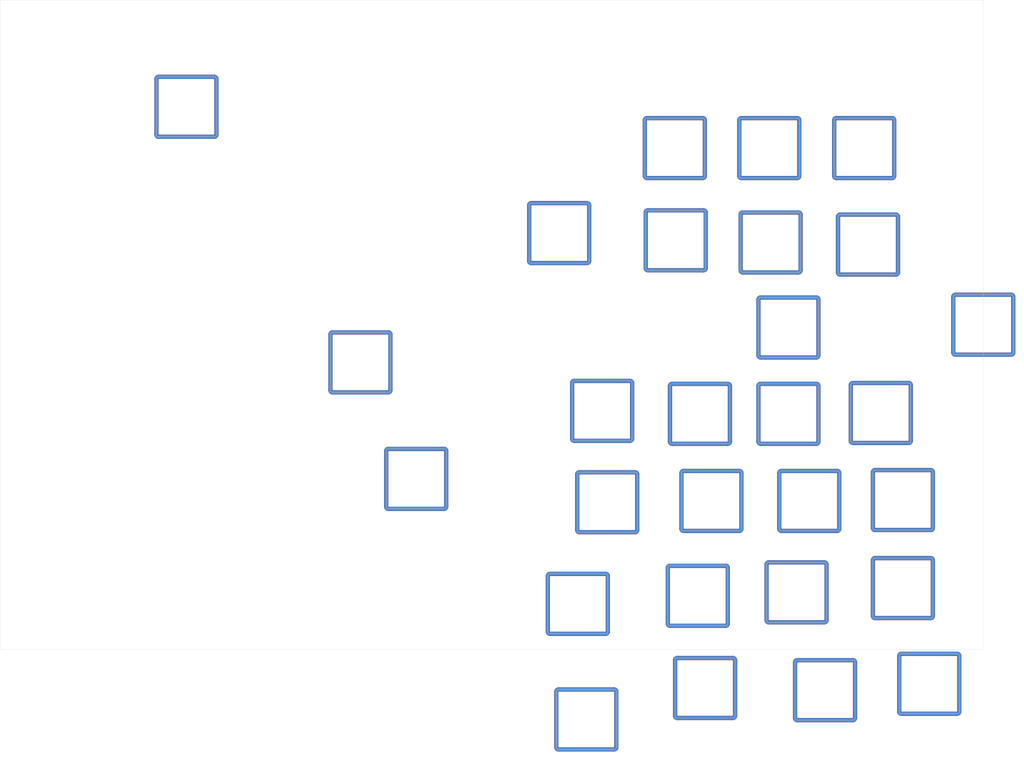
<source format=kicad_pcb>
(kicad_pcb (version 20240108) (generator "pcbnew") (generator_version "8.0")
  (layers (0 "F.Cu" signal) (31 "B.Cu" signal) (34 "B.Paste" user) (35 "F.Paste" user) (36 "B.SilkS" user "B.Silkscreen") (37 "F.SilkS" user "F.Silkscreen") (38 "B.Mask" user) (39 "F.Mask" user) (44 "Edge.Cuts" user))
  (net 0 "")
  (footprint "lib-zegonix:MX-SW-1u-Plate-Cutout" (layer "F.Cu") (at 210.6 117.9)
    (property "Reference" "MX18" (hide yes))
    (property "Value" "Cutout")
    (fp_line (start -7.05 6.55) (end -7.05 -6.55) (stroke (width 0.1)) (layer "Edge.Cuts"))
    (fp_line (start -6.55 -7.05) (end 6.55 -7.05) (stroke (width 0.1)) (layer "Edge.Cuts"))
    (fp_line (start 6.55 7.05) (end -6.55 7.05) (stroke (width 0.1)) (layer "Edge.Cuts"))
    (fp_line (start 7.05 -6.55) (end 7.05 6.55) (stroke (width 0.1)) (layer "Edge.Cuts"))
    (fp_arc (start -7.05 -6.55) (mid -6.903553 -6.903553) (end -6.55 -7.05) (stroke (width 0.1)) (layer "Edge.Cuts"))
    (fp_arc (start -6.55 7.05) (mid -6.903553 6.903553) (end -7.05 6.55) (stroke (width 0.1)) (layer "Edge.Cuts"))
    (fp_arc (start 6.55 -7.05) (mid 6.903553 -6.903553) (end 7.05 -6.55) (stroke (width 0.1)) (layer "Edge.Cuts"))
    (fp_arc (start 7.05 6.55) (mid 6.903553 6.903553) (end 6.55 7.05) (stroke (width 0.1)) (layer "Edge.Cuts"))
  )
  (footprint "lib-zegonix:MX-SW-1u-Plate-Cutout" (layer "F.Cu") (at 156.7 75.4)
    (property "Reference" "MX2" (hide yes))
    (property "Value" "Cutout")
    (fp_line (start -7.05 6.55) (end -7.05 -6.55) (stroke (width 0.1)) (layer "Edge.Cuts"))
    (fp_line (start -6.55 -7.05) (end 6.55 -7.05) (stroke (width 0.1)) (layer "Edge.Cuts"))
    (fp_line (start 6.55 7.05) (end -6.55 7.05) (stroke (width 0.1)) (layer "Edge.Cuts"))
    (fp_line (start 7.05 -6.55) (end 7.05 6.55) (stroke (width 0.1)) (layer "Edge.Cuts"))
    (fp_arc (start -7.05 -6.55) (mid -6.903553 -6.903553) (end -6.55 -7.05) (stroke (width 0.1)) (layer "Edge.Cuts"))
    (fp_arc (start -6.55 7.05) (mid -6.903553 6.903553) (end -7.05 6.55) (stroke (width 0.1)) (layer "Edge.Cuts"))
    (fp_arc (start 6.55 -7.05) (mid 6.903553 -6.903553) (end 7.05 -6.55) (stroke (width 0.1)) (layer "Edge.Cuts"))
    (fp_arc (start 7.05 6.55) (mid 6.903553 6.903553) (end 6.55 7.05) (stroke (width 0.1)) (layer "Edge.Cuts"))
  )
  (footprint "lib-zegonix:MX-SW-1u-Plate-Cutout" (layer "F.Cu") (at 232.3 117.7)
    (property "Reference" "MX25" (hide yes))
    (property "Value" "Cutout")
    (fp_line (start -7.05 6.55) (end -7.05 -6.55) (stroke (width 0.1)) (layer "Edge.Cuts"))
    (fp_line (start -6.55 -7.05) (end 6.55 -7.05) (stroke (width 0.1)) (layer "Edge.Cuts"))
    (fp_line (start 6.55 7.05) (end -6.55 7.05) (stroke (width 0.1)) (layer "Edge.Cuts"))
    (fp_line (start 7.05 -6.55) (end 7.05 6.55) (stroke (width 0.1)) (layer "Edge.Cuts"))
    (fp_arc (start -7.05 -6.55) (mid -6.903553 -6.903553) (end -6.55 -7.05) (stroke (width 0.1)) (layer "Edge.Cuts"))
    (fp_arc (start -6.55 7.05) (mid -6.903553 6.903553) (end -7.05 6.55) (stroke (width 0.1)) (layer "Edge.Cuts"))
    (fp_arc (start 6.55 -7.05) (mid 6.903553 -6.903553) (end 7.05 -6.55) (stroke (width 0.1)) (layer "Edge.Cuts"))
    (fp_arc (start 7.05 6.55) (mid 6.903553 6.903553) (end 6.55 7.05) (stroke (width 0.1)) (layer "Edge.Cuts"))
  )
  (footprint "lib-zegonix:MX-SW-1u-Plate-Cutout" (layer "F.Cu") (at 237.5 158.9)
    (property "Reference" "MX27" (hide yes))
    (property "Value" "Cutout")
    (fp_line (start -7.05 6.55) (end -7.05 -6.55) (stroke (width 0.1)) (layer "Edge.Cuts"))
    (fp_line (start -6.55 -7.05) (end 6.55 -7.05) (stroke (width 0.1)) (layer "Edge.Cuts"))
    (fp_line (start 6.55 7.05) (end -6.55 7.05) (stroke (width 0.1)) (layer "Edge.Cuts"))
    (fp_line (start 7.05 -6.55) (end 7.05 6.55) (stroke (width 0.1)) (layer "Edge.Cuts"))
    (fp_arc (start -7.05 -6.55) (mid -6.903553 -6.903553) (end -6.55 -7.05) (stroke (width 0.1)) (layer "Edge.Cuts"))
    (fp_arc (start -6.55 7.05) (mid -6.903553 6.903553) (end -7.05 6.55) (stroke (width 0.1)) (layer "Edge.Cuts"))
    (fp_arc (start 6.55 -7.05) (mid 6.903553 -6.903553) (end 7.05 -6.55) (stroke (width 0.1)) (layer "Edge.Cuts"))
    (fp_arc (start 7.05 6.55) (mid 6.903553 6.903553) (end 6.55 7.05) (stroke (width 0.1)) (layer "Edge.Cuts"))
  )
  (footprint "lib-zegonix:MX-SW-1u-Plate-Cutout" (layer "F.Cu") (at 192.5 138.4)
    (property "Reference" "MX12" (hide yes))
    (property "Value" "Cutout")
    (fp_line (start -7.05 6.55) (end -7.05 -6.55) (stroke (width 0.1)) (layer "Edge.Cuts"))
    (fp_line (start -6.55 -7.05) (end 6.55 -7.05) (stroke (width 0.1)) (layer "Edge.Cuts"))
    (fp_line (start 6.55 7.05) (end -6.55 7.05) (stroke (width 0.1)) (layer "Edge.Cuts"))
    (fp_line (start 7.05 -6.55) (end 7.05 6.55) (stroke (width 0.1)) (layer "Edge.Cuts"))
    (fp_arc (start -7.05 -6.55) (mid -6.903553 -6.903553) (end -6.55 -7.05) (stroke (width 0.1)) (layer "Edge.Cuts"))
    (fp_arc (start -6.55 7.05) (mid -6.903553 6.903553) (end -7.05 6.55) (stroke (width 0.1)) (layer "Edge.Cuts"))
    (fp_arc (start 6.55 -7.05) (mid 6.903553 -6.903553) (end 7.05 -6.55) (stroke (width 0.1)) (layer "Edge.Cuts"))
    (fp_arc (start 7.05 6.55) (mid 6.903553 6.903553) (end 6.55 7.05) (stroke (width 0.1)) (layer "Edge.Cuts"))
  )
  (footprint "lib-zegonix:MX-SW-1u-Plate-Cutout" (layer "F.Cu") (at 189.8 117.9)
    (property "Reference" "MX11" (hide yes))
    (property "Value" "Cutout")
    (fp_line (start -7.05 6.55) (end -7.05 -6.55) (stroke (width 0.1)) (layer "Edge.Cuts"))
    (fp_line (start -6.55 -7.05) (end 6.55 -7.05) (stroke (width 0.1)) (layer "Edge.Cuts"))
    (fp_line (start 6.55 7.05) (end -6.55 7.05) (stroke (width 0.1)) (layer "Edge.Cuts"))
    (fp_line (start 7.05 -6.55) (end 7.05 6.55) (stroke (width 0.1)) (layer "Edge.Cuts"))
    (fp_arc (start -7.05 -6.55) (mid -6.903553 -6.903553) (end -6.55 -7.05) (stroke (width 0.1)) (layer "Edge.Cuts"))
    (fp_arc (start -6.55 7.05) (mid -6.903553 6.903553) (end -7.05 6.55) (stroke (width 0.1)) (layer "Edge.Cuts"))
    (fp_arc (start 6.55 -7.05) (mid 6.903553 -6.903553) (end 7.05 -6.55) (stroke (width 0.1)) (layer "Edge.Cuts"))
    (fp_arc (start 7.05 6.55) (mid 6.903553 6.903553) (end 6.55 7.05) (stroke (width 0.1)) (layer "Edge.Cuts"))
  )
  (footprint "lib-zegonix:MX-SW-1u-Plate-Cutout" (layer "F.Cu") (at 243.7 181.4)
    (property "Reference" "MX28" (hide yes))
    (property "Value" "Cutout")
    (fp_line (start -7.05 6.55) (end -7.05 -6.55) (stroke (width 0.1)) (layer "Edge.Cuts"))
    (fp_line (start -6.55 -7.05) (end 6.55 -7.05) (stroke (width 0.1)) (layer "Edge.Cuts"))
    (fp_line (start 6.55 7.05) (end -6.55 7.05) (stroke (width 0.1)) (layer "Edge.Cuts"))
    (fp_line (start 7.05 -6.55) (end 7.05 6.55) (stroke (width 0.1)) (layer "Edge.Cuts"))
    (fp_arc (start -7.05 -6.55) (mid -6.903553 -6.903553) (end -6.55 -7.05) (stroke (width 0.1)) (layer "Edge.Cuts"))
    (fp_arc (start -6.55 7.05) (mid -6.903553 6.903553) (end -7.05 6.55) (stroke (width 0.1)) (layer "Edge.Cuts"))
    (fp_arc (start 6.55 -7.05) (mid 6.903553 -6.903553) (end 7.05 -6.55) (stroke (width 0.1)) (layer "Edge.Cuts"))
    (fp_arc (start 7.05 6.55) (mid 6.903553 6.903553) (end 6.55 7.05) (stroke (width 0.1)) (layer "Edge.Cuts"))
  )
  (footprint "lib-zegonix:MX-SW-1u-Plate-Cutout" (layer "F.Cu") (at 168 138.7)
    (property "Reference" "MX5" (hide yes))
    (property "Value" "Cutout")
    (fp_line (start -7.05 6.55) (end -7.05 -6.55) (stroke (width 0.1)) (layer "Edge.Cuts"))
    (fp_line (start -6.55 -7.05) (end 6.55 -7.05) (stroke (width 0.1)) (layer "Edge.Cuts"))
    (fp_line (start 6.55 7.05) (end -6.55 7.05) (stroke (width 0.1)) (layer "Edge.Cuts"))
    (fp_line (start 7.05 -6.55) (end 7.05 6.55) (stroke (width 0.1)) (layer "Edge.Cuts"))
    (fp_arc (start -7.05 -6.55) (mid -6.903553 -6.903553) (end -6.55 -7.05) (stroke (width 0.1)) (layer "Edge.Cuts"))
    (fp_arc (start -6.55 7.05) (mid -6.903553 6.903553) (end -7.05 6.55) (stroke (width 0.1)) (layer "Edge.Cuts"))
    (fp_arc (start 6.55 -7.05) (mid 6.903553 -6.903553) (end 7.05 -6.55) (stroke (width 0.1)) (layer "Edge.Cuts"))
    (fp_arc (start 7.05 6.55) (mid 6.903553 6.903553) (end 6.55 7.05) (stroke (width 0.1)) (layer "Edge.Cuts"))
  )
  (footprint "lib-zegonix:MX-SW-1u-Plate-Cutout" (layer "F.Cu") (at 184.1 77.1)
    (property "Reference" "MX9" (hide yes))
    (property "Value" "Cutout")
    (fp_line (start -7.05 6.55) (end -7.05 -6.55) (stroke (width 0.1)) (layer "Edge.Cuts"))
    (fp_line (start -6.55 -7.05) (end 6.55 -7.05) (stroke (width 0.1)) (layer "Edge.Cuts"))
    (fp_line (start 6.55 7.05) (end -6.55 7.05) (stroke (width 0.1)) (layer "Edge.Cuts"))
    (fp_line (start 7.05 -6.55) (end 7.05 6.55) (stroke (width 0.1)) (layer "Edge.Cuts"))
    (fp_arc (start -7.05 -6.55) (mid -6.903553 -6.903553) (end -6.55 -7.05) (stroke (width 0.1)) (layer "Edge.Cuts"))
    (fp_arc (start -6.55 7.05) (mid -6.903553 6.903553) (end -7.05 6.55) (stroke (width 0.1)) (layer "Edge.Cuts"))
    (fp_arc (start 6.55 -7.05) (mid 6.903553 -6.903553) (end 7.05 -6.55) (stroke (width 0.1)) (layer "Edge.Cuts"))
    (fp_arc (start 7.05 6.55) (mid 6.903553 6.903553) (end 6.55 7.05) (stroke (width 0.1)) (layer "Edge.Cuts"))
  )
  (footprint "lib-zegonix:MX-SW-1u-Plate-Cutout" (layer "F.Cu") (at 210.6 97.6)
    (property "Reference" "MX17" (hide yes))
    (property "Value" "Cutout")
    (fp_line (start -7.05 6.55) (end -7.05 -6.55) (stroke (width 0.1)) (layer "Edge.Cuts"))
    (fp_line (start -6.55 -7.05) (end 6.55 -7.05) (stroke (width 0.1)) (layer "Edge.Cuts"))
    (fp_line (start 6.55 7.05) (end -6.55 7.05) (stroke (width 0.1)) (layer "Edge.Cuts"))
    (fp_line (start 7.05 -6.55) (end 7.05 6.55) (stroke (width 0.1)) (layer "Edge.Cuts"))
    (fp_arc (start -7.05 -6.55) (mid -6.903553 -6.903553) (end -6.55 -7.05) (stroke (width 0.1)) (layer "Edge.Cuts"))
    (fp_arc (start -6.55 7.05) (mid -6.903553 6.903553) (end -7.05 6.55) (stroke (width 0.1)) (layer "Edge.Cuts"))
    (fp_arc (start 6.55 -7.05) (mid 6.903553 -6.903553) (end 7.05 -6.55) (stroke (width 0.1)) (layer "Edge.Cuts"))
    (fp_arc (start 7.05 6.55) (mid 6.903553 6.903553) (end 6.55 7.05) (stroke (width 0.1)) (layer "Edge.Cuts"))
  )
  (footprint "lib-zegonix:MX-SW-1u-Plate-Cutout" (layer "F.Cu") (at 212.5 159.9)
    (property "Reference" "MX20" (hide yes))
    (property "Value" "Cutout")
    (fp_line (start -7.05 6.55) (end -7.05 -6.55) (stroke (width 0.1)) (layer "Edge.Cuts"))
    (fp_line (start -6.55 -7.05) (end 6.55 -7.05) (stroke (width 0.1)) (layer "Edge.Cuts"))
    (fp_line (start 6.55 7.05) (end -6.55 7.05) (stroke (width 0.1)) (layer "Edge.Cuts"))
    (fp_line (start 7.05 -6.55) (end 7.05 6.55) (stroke (width 0.1)) (layer "Edge.Cuts"))
    (fp_arc (start -7.05 -6.55) (mid -6.903553 -6.903553) (end -6.55 -7.05) (stroke (width 0.1)) (layer "Edge.Cuts"))
    (fp_arc (start -6.55 7.05) (mid -6.903553 6.903553) (end -7.05 6.55) (stroke (width 0.1)) (layer "Edge.Cuts"))
    (fp_arc (start 6.55 -7.05) (mid 6.903553 -6.903553) (end 7.05 -6.55) (stroke (width 0.1)) (layer "Edge.Cuts"))
    (fp_arc (start 7.05 6.55) (mid 6.903553 6.903553) (end 6.55 7.05) (stroke (width 0.1)) (layer "Edge.Cuts"))
  )
  (footprint "lib-zegonix:MX-SW-1u-Plate-Cutout" (layer "F.Cu") (at 237.5 138.2)
    (property "Reference" "MX26" (hide yes))
    (property "Value" "Cutout")
    (fp_line (start -7.05 6.55) (end -7.05 -6.55) (stroke (width 0.1)) (layer "Edge.Cuts"))
    (fp_line (start -6.55 -7.05) (end 6.55 -7.05) (stroke (width 0.1)) (layer "Edge.Cuts"))
    (fp_line (start 6.55 7.05) (end -6.55 7.05) (stroke (width 0.1)) (layer "Edge.Cuts"))
    (fp_line (start 7.05 -6.55) (end 7.05 6.55) (stroke (width 0.1)) (layer "Edge.Cuts"))
    (fp_arc (start -7.05 -6.55) (mid -6.903553 -6.903553) (end -6.55 -7.05) (stroke (width 0.1)) (layer "Edge.Cuts"))
    (fp_arc (start -6.55 7.05) (mid -6.903553 6.903553) (end -7.05 6.55) (stroke (width 0.1)) (layer "Edge.Cuts"))
    (fp_arc (start 6.55 -7.05) (mid 6.903553 -6.903553) (end 7.05 -6.55) (stroke (width 0.1)) (layer "Edge.Cuts"))
    (fp_arc (start 7.05 6.55) (mid 6.903553 6.903553) (end 6.55 7.05) (stroke (width 0.1)) (layer "Edge.Cuts"))
  )
  (footprint "lib-zegonix:MX-SW-1u-Plate-Cutout" (layer "F.Cu") (at 166.8 117.2)
    (property "Reference" "MX4" (hide yes))
    (property "Value" "Cutout")
    (fp_line (start -7.05 6.55) (end -7.05 -6.55) (stroke (width 0.1)) (layer "Edge.Cuts"))
    (fp_line (start -6.55 -7.05) (end 6.55 -7.05) (stroke (width 0.1)) (layer "Edge.Cuts"))
    (fp_line (start 6.55 7.05) (end -6.55 7.05) (stroke (width 0.1)) (layer "Edge.Cuts"))
    (fp_line (start 7.05 -6.55) (end 7.05 6.55) (stroke (width 0.1)) (layer "Edge.Cuts"))
    (fp_arc (start -7.05 -6.55) (mid -6.903553 -6.903553) (end -6.55 -7.05) (stroke (width 0.1)) (layer "Edge.Cuts"))
    (fp_arc (start -6.55 7.05) (mid -6.903553 6.903553) (end -7.05 6.55) (stroke (width 0.1)) (layer "Edge.Cuts"))
    (fp_arc (start 6.55 -7.05) (mid 6.903553 -6.903553) (end 7.05 -6.55) (stroke (width 0.1)) (layer "Edge.Cuts"))
    (fp_arc (start 7.05 6.55) (mid 6.903553 6.903553) (end 6.55 7.05) (stroke (width 0.1)) (layer "Edge.Cuts"))
  )
  (footprint "lib-zegonix:MX-SW-1u-Plate-Cutout" (layer "F.Cu") (at 191 182.4)
    (property "Reference" "MX14" (hide yes))
    (property "Value" "Cutout")
    (fp_line (start -7.05 6.55) (end -7.05 -6.55) (stroke (width 0.1)) (layer "Edge.Cuts"))
    (fp_line (start -6.55 -7.05) (end 6.55 -7.05) (stroke (width 0.1)) (layer "Edge.Cuts"))
    (fp_line (start 6.55 7.05) (end -6.55 7.05) (stroke (width 0.1)) (layer "Edge.Cuts"))
    (fp_line (start 7.05 -6.55) (end 7.05 6.55) (stroke (width 0.1)) (layer "Edge.Cuts"))
    (fp_arc (start -7.05 -6.55) (mid -6.903553 -6.903553) (end -6.55 -7.05) (stroke (width 0.1)) (layer "Edge.Cuts"))
    (fp_arc (start -6.55 7.05) (mid -6.903553 6.903553) (end -7.05 6.55) (stroke (width 0.1)) (layer "Edge.Cuts"))
    (fp_arc (start 6.55 -7.05) (mid 6.903553 -6.903553) (end 7.05 -6.55) (stroke (width 0.1)) (layer "Edge.Cuts"))
    (fp_arc (start 7.05 6.55) (mid 6.903553 6.903553) (end 6.55 7.05) (stroke (width 0.1)) (layer "Edge.Cuts"))
  )
  (footprint "lib-zegonix:MX-SW-1u-Plate-Cutout" (layer "F.Cu") (at 256.4 96.95)
    (property "Reference" "MX24" (hide yes))
    (property "Value" "Cutout")
    (fp_line (start -7.05 6.55) (end -7.05 -6.55) (stroke (width 0.1)) (layer "Edge.Cuts"))
    (fp_line (start -6.55 -7.05) (end 6.55 -7.05) (stroke (width 0.1)) (layer "Edge.Cuts"))
    (fp_line (start 6.55 7.05) (end -6.55 7.05) (stroke (width 0.1)) (layer "Edge.Cuts"))
    (fp_line (start 7.05 -6.55) (end 7.05 6.55) (stroke (width 0.1)) (layer "Edge.Cuts"))
    (fp_arc (start -7.05 -6.55) (mid -6.903553 -6.903553) (end -6.55 -7.05) (stroke (width 0.1)) (layer "Edge.Cuts"))
    (fp_arc (start -6.55 7.05) (mid -6.903553 6.903553) (end -7.05 6.55) (stroke (width 0.1)) (layer "Edge.Cuts"))
    (fp_arc (start 6.55 -7.05) (mid 6.903553 -6.903553) (end 7.05 -6.55) (stroke (width 0.1)) (layer "Edge.Cuts"))
    (fp_arc (start 7.05 6.55) (mid 6.903553 6.903553) (end 6.55 7.05) (stroke (width 0.1)) (layer "Edge.Cuts"))
  )
  (footprint "lib-zegonix:MX-SW-1u-Plate-Cutout" (layer "F.Cu") (at 215.5 138.4)
    (property "Reference" "MX19" (hide yes))
    (property "Value" "Cutout")
    (fp_line (start -7.05 6.55) (end -7.05 -6.55) (stroke (width 0.1)) (layer "Edge.Cuts"))
    (fp_line (start -6.55 -7.05) (end 6.55 -7.05) (stroke (width 0.1)) (layer "Edge.Cuts"))
    (fp_line (start 6.55 7.05) (end -6.55 7.05) (stroke (width 0.1)) (layer "Edge.Cuts"))
    (fp_line (start 7.05 -6.55) (end 7.05 6.55) (stroke (width 0.1)) (layer "Edge.Cuts"))
    (fp_arc (start -7.05 -6.55) (mid -6.903553 -6.903553) (end -6.55 -7.05) (stroke (width 0.1)) (layer "Edge.Cuts"))
    (fp_arc (start -6.55 7.05) (mid -6.903553 6.903553) (end -7.05 6.55) (stroke (width 0.1)) (layer "Edge.Cuts"))
    (fp_arc (start 6.55 -7.05) (mid 6.903553 -6.903553) (end 7.05 -6.55) (stroke (width 0.1)) (layer "Edge.Cuts"))
    (fp_arc (start 7.05 6.55) (mid 6.903553 6.903553) (end 6.55 7.05) (stroke (width 0.1)) (layer "Edge.Cuts"))
  )
  (footprint "lib-zegonix:MX-SW-1u-Plate-Cutout" (layer "F.Cu") (at 69.1 45.7)
    (property "Reference" "MX1" (hide yes))
    (property "Value" "Cutout")
    (fp_line (start -7.05 6.55) (end -7.05 -6.55) (stroke (width 0.1)) (layer "Edge.Cuts"))
    (fp_line (start -6.55 -7.05) (end 6.55 -7.05) (stroke (width 0.1)) (layer "Edge.Cuts"))
    (fp_line (start 6.55 7.05) (end -6.55 7.05) (stroke (width 0.1)) (layer "Edge.Cuts"))
    (fp_line (start 7.05 -6.55) (end 7.05 6.55) (stroke (width 0.1)) (layer "Edge.Cuts"))
    (fp_arc (start -7.05 -6.55) (mid -6.903553 -6.903553) (end -6.55 -7.05) (stroke (width 0.1)) (layer "Edge.Cuts"))
    (fp_arc (start -6.55 7.05) (mid -6.903553 6.903553) (end -7.05 6.55) (stroke (width 0.1)) (layer "Edge.Cuts"))
    (fp_arc (start 6.55 -7.05) (mid 6.903553 -6.903553) (end 7.05 -6.55) (stroke (width 0.1)) (layer "Edge.Cuts"))
    (fp_arc (start 7.05 6.55) (mid 6.903553 6.903553) (end 6.55 7.05) (stroke (width 0.1)) (layer "Edge.Cuts"))
  )
  (footprint "lib-zegonix:MX-SW-1u-Plate-Cutout" (layer "F.Cu") (at 219.2 182.9)
    (property "Reference" "MX21" (hide yes))
    (property "Value" "Cutout")
    (fp_line (start -7.05 6.55) (end -7.05 -6.55) (stroke (width 0.1)) (layer "Edge.Cuts"))
    (fp_line (start -6.55 -7.05) (end 6.55 -7.05) (stroke (width 0.1)) (layer "Edge.Cuts"))
    (fp_line (start 6.55 7.05) (end -6.55 7.05) (stroke (width 0.1)) (layer "Edge.Cuts"))
    (fp_line (start 7.05 -6.55) (end 7.05 6.55) (stroke (width 0.1)) (layer "Edge.Cuts"))
    (fp_arc (start -7.05 -6.55) (mid -6.903553 -6.903553) (end -6.55 -7.05) (stroke (width 0.1)) (layer "Edge.Cuts"))
    (fp_arc (start -6.55 7.05) (mid -6.903553 6.903553) (end -7.05 6.55) (stroke (width 0.1)) (layer "Edge.Cuts"))
    (fp_arc (start 6.55 -7.05) (mid 6.903553 -6.903553) (end 7.05 -6.55) (stroke (width 0.1)) (layer "Edge.Cuts"))
    (fp_arc (start 7.05 6.55) (mid 6.903553 6.903553) (end 6.55 7.05) (stroke (width 0.1)) (layer "Edge.Cuts"))
  )
  (footprint "lib-zegonix:MX-SW-1u-Plate-Cutout" (layer "F.Cu") (at 110 105.8)
    (property "Reference" "MX10" (hide yes))
    (property "Value" "Cutout")
    (fp_line (start -7.05 6.55) (end -7.05 -6.55) (stroke (width 0.1)) (layer "Edge.Cuts"))
    (fp_line (start -6.55 -7.05) (end 6.55 -7.05) (stroke (width 0.1)) (layer "Edge.Cuts"))
    (fp_line (start 6.55 7.05) (end -6.55 7.05) (stroke (width 0.1)) (layer "Edge.Cuts"))
    (fp_line (start 7.05 -6.55) (end 7.05 6.55) (stroke (width 0.1)) (layer "Edge.Cuts"))
    (fp_arc (start -7.05 -6.55) (mid -6.903553 -6.903553) (end -6.55 -7.05) (stroke (width 0.1)) (layer "Edge.Cuts"))
    (fp_arc (start -6.55 7.05) (mid -6.903553 6.903553) (end -7.05 6.55) (stroke (width 0.1)) (layer "Edge.Cuts"))
    (fp_arc (start 6.55 -7.05) (mid 6.903553 -6.903553) (end 7.05 -6.55) (stroke (width 0.1)) (layer "Edge.Cuts"))
    (fp_arc (start 7.05 6.55) (mid 6.903553 6.903553) (end 6.55 7.05) (stroke (width 0.1)) (layer "Edge.Cuts"))
  )
  (footprint "lib-zegonix:MX-SW-1u-Plate-Cutout" (layer "F.Cu") (at 183.9 55.4)
    (property "Reference" "MX8" (hide yes))
    (property "Value" "Cutout")
    (fp_line (start -7.05 6.55) (end -7.05 -6.55) (stroke (width 0.1)) (layer "Edge.Cuts"))
    (fp_line (start -6.55 -7.05) (end 6.55 -7.05) (stroke (width 0.1)) (layer "Edge.Cuts"))
    (fp_line (start 6.55 7.05) (end -6.55 7.05) (stroke (width 0.1)) (layer "Edge.Cuts"))
    (fp_line (start 7.05 -6.55) (end 7.05 6.55) (stroke (width 0.1)) (layer "Edge.Cuts"))
    (fp_arc (start -7.05 -6.55) (mid -6.903553 -6.903553) (end -6.55 -7.05) (stroke (width 0.1)) (layer "Edge.Cuts"))
    (fp_arc (start -6.55 7.05) (mid -6.903553 6.903553) (end -7.05 6.55) (stroke (width 0.1)) (layer "Edge.Cuts"))
    (fp_arc (start 6.55 -7.05) (mid 6.903553 -6.903553) (end 7.05 -6.55) (stroke (width 0.1)) (layer "Edge.Cuts"))
    (fp_arc (start 7.05 6.55) (mid 6.903553 6.903553) (end 6.55 7.05) (stroke (width 0.1)) (layer "Edge.Cuts"))
  )
  (footprint "lib-zegonix:MX-SW-1u-Plate-Cutout" (layer "F.Cu") (at 206.1 55.4)
    (property "Reference" "MX15" (hide yes))
    (property "Value" "Cutout")
    (fp_line (start -7.05 6.55) (end -7.05 -6.55) (stroke (width 0.1)) (layer "Edge.Cuts"))
    (fp_line (start -6.55 -7.05) (end 6.55 -7.05) (stroke (width 0.1)) (layer "Edge.Cuts"))
    (fp_line (start 6.55 7.05) (end -6.55 7.05) (stroke (width 0.1)) (layer "Edge.Cuts"))
    (fp_line (start 7.05 -6.55) (end 7.05 6.55) (stroke (width 0.1)) (layer "Edge.Cuts"))
    (fp_arc (start -7.05 -6.55) (mid -6.903553 -6.903553) (end -6.55 -7.05) (stroke (width 0.1)) (layer "Edge.Cuts"))
    (fp_arc (start -6.55 7.05) (mid -6.903553 6.903553) (end -7.05 6.55) (stroke (width 0.1)) (layer "Edge.Cuts"))
    (fp_arc (start 6.55 -7.05) (mid 6.903553 -6.903553) (end 7.05 -6.55) (stroke (width 0.1)) (layer "Edge.Cuts"))
    (fp_arc (start 7.05 6.55) (mid 6.903553 6.903553) (end 6.55 7.05) (stroke (width 0.1)) (layer "Edge.Cuts"))
  )
  (footprint "lib-zegonix:MX-SW-1u-Plate-Cutout" (layer "F.Cu") (at 123.1 133.2)
    (property "Reference" "MX3" (hide yes))
    (property "Value" "Cutout")
    (fp_line (start -7.05 6.55) (end -7.05 -6.55) (stroke (width 0.1)) (layer "Edge.Cuts"))
    (fp_line (start -6.55 -7.05) (end 6.55 -7.05) (stroke (width 0.1)) (layer "Edge.Cuts"))
    (fp_line (start 6.55 7.05) (end -6.55 7.05) (stroke (width 0.1)) (layer "Edge.Cuts"))
    (fp_line (start 7.05 -6.55) (end 7.05 6.55) (stroke (width 0.1)) (layer "Edge.Cuts"))
    (fp_arc (start -7.05 -6.55) (mid -6.903553 -6.903553) (end -6.55 -7.05) (stroke (width 0.1)) (layer "Edge.Cuts"))
    (fp_arc (start -6.55 7.05) (mid -6.903553 6.903553) (end -7.05 6.55) (stroke (width 0.1)) (layer "Edge.Cuts"))
    (fp_arc (start 6.55 -7.05) (mid 6.903553 -6.903553) (end 7.05 -6.55) (stroke (width 0.1)) (layer "Edge.Cuts"))
    (fp_arc (start 7.05 6.55) (mid 6.903553 6.903553) (end 6.55 7.05) (stroke (width 0.1)) (layer "Edge.Cuts"))
  )
  (footprint "lib-zegonix:MX-SW-1u-Plate-Cutout" (layer "F.Cu") (at 163.1 189.8)
    (property "Reference" "MX7" (hide yes))
    (property "Value" "Cutout")
    (fp_line (start -7.05 6.55) (end -7.05 -6.55) (stroke (width 0.1)) (layer "Edge.Cuts"))
    (fp_line (start -6.55 -7.05) (end 6.55 -7.05) (stroke (width 0.1)) (layer "Edge.Cuts"))
    (fp_line (start 6.55 7.05) (end -6.55 7.05) (stroke (width 0.1)) (layer "Edge.Cuts"))
    (fp_line (start 7.05 -6.55) (end 7.05 6.55) (stroke (width 0.1)) (layer "Edge.Cuts"))
    (fp_arc (start -7.05 -6.55) (mid -6.903553 -6.903553) (end -6.55 -7.05) (stroke (width 0.1)) (layer "Edge.Cuts"))
    (fp_arc (start -6.55 7.05) (mid -6.903553 6.903553) (end -7.05 6.55) (stroke (width 0.1)) (layer "Edge.Cuts"))
    (fp_arc (start 6.55 -7.05) (mid 6.903553 -6.903553) (end 7.05 -6.55) (stroke (width 0.1)) (layer "Edge.Cuts"))
    (fp_arc (start 7.05 6.55) (mid 6.903553 6.903553) (end 6.55 7.05) (stroke (width 0.1)) (layer "Edge.Cuts"))
  )
  (footprint "lib-zegonix:MX-SW-1u-Plate-Cutout" (layer "F.Cu") (at 229.3 78.1)
    (property "Reference" "MX23" (hide yes))
    (property "Value" "Cutout")
    (fp_line (start -7.05 6.55) (end -7.05 -6.55) (stroke (width 0.1)) (layer "Edge.Cuts"))
    (fp_line (start -6.55 -7.05) (end 6.55 -7.05) (stroke (width 0.1)) (layer "Edge.Cuts"))
    (fp_line (start 6.55 7.05) (end -6.55 7.05) (stroke (width 0.1)) (layer "Edge.Cuts"))
    (fp_line (start 7.05 -6.55) (end 7.05 6.55) (stroke (width 0.1)) (layer "Edge.Cuts"))
    (fp_arc (start -7.05 -6.55) (mid -6.903553 -6.903553) (end -6.55 -7.05) (stroke (width 0.1)) (layer "Edge.Cuts"))
    (fp_arc (start -6.55 7.05) (mid -6.903553 6.903553) (end -7.05 6.55) (stroke (width 0.1)) (layer "Edge.Cuts"))
    (fp_arc (start 6.55 -7.05) (mid 6.903553 -6.903553) (end 7.05 -6.55) (stroke (width 0.1)) (layer "Edge.Cuts"))
    (fp_arc (start 7.05 6.55) (mid 6.903553 6.903553) (end 6.55 7.05) (stroke (width 0.1)) (layer "Edge.Cuts"))
  )
  (footprint "lib-zegonix:MX-SW-1u-Plate-Cutout" (layer "F.Cu") (at 228.4 55.4)
    (property "Reference" "MX22" (hide yes))
    (property "Value" "Cutout")
    (fp_line (start -7.05 6.55) (end -7.05 -6.55) (stroke (width 0.1)) (layer "Edge.Cuts"))
    (fp_line (start -6.55 -7.05) (end 6.55 -7.05) (stroke (width 0.1)) (layer "Edge.Cuts"))
    (fp_line (start 6.55 7.05) (end -6.55 7.05) (stroke (width 0.1)) (layer "Edge.Cuts"))
    (fp_line (start 7.05 -6.55) (end 7.05 6.55) (stroke (width 0.1)) (layer "Edge.Cuts"))
    (fp_arc (start -7.05 -6.55) (mid -6.903553 -6.903553) (end -6.55 -7.05) (stroke (width 0.1)) (layer "Edge.Cuts"))
    (fp_arc (start -6.55 7.05) (mid -6.903553 6.903553) (end -7.05 6.55) (stroke (width 0.1)) (layer "Edge.Cuts"))
    (fp_arc (start 6.55 -7.05) (mid 6.903553 -6.903553) (end 7.05 -6.55) (stroke (width 0.1)) (layer "Edge.Cuts"))
    (fp_arc (start 7.05 6.55) (mid 6.903553 6.903553) (end 6.55 7.05) (stroke (width 0.1)) (layer "Edge.Cuts"))
  )
  (footprint "lib-zegonix:MX-SW-1u-Plate-Cutout" (layer "F.Cu") (at 189.3 160.7)
    (property "Reference" "MX13" (hide yes))
    (property "Value" "Cutout")
    (fp_line (start -7.05 6.55) (end -7.05 -6.55) (stroke (width 0.1)) (layer "Edge.Cuts"))
    (fp_line (start -6.55 -7.05) (end 6.55 -7.05) (stroke (width 0.1)) (layer "Edge.Cuts"))
    (fp_line (start 6.55 7.05) (end -6.55 7.05) (stroke (width 0.1)) (layer "Edge.Cuts"))
    (fp_line (start 7.05 -6.55) (end 7.05 6.55) (stroke (width 0.1)) (layer "Edge.Cuts"))
    (fp_arc (start -7.05 -6.55) (mid -6.903553 -6.903553) (end -6.55 -7.05) (stroke (width 0.1)) (layer "Edge.Cuts"))
    (fp_arc (start -6.55 7.05) (mid -6.903553 6.903553) (end -7.05 6.55) (stroke (width 0.1)) (layer "Edge.Cuts"))
    (fp_arc (start 6.55 -7.05) (mid 6.903553 -6.903553) (end 7.05 -6.55) (stroke (width 0.1)) (layer "Edge.Cuts"))
    (fp_arc (start 7.05 6.55) (mid 6.903553 6.903553) (end 6.55 7.05) (stroke (width 0.1)) (layer "Edge.Cuts"))
  )
  (footprint "lib-zegonix:MX-SW-1u-Plate-Cutout" (layer "F.Cu") (at 161.1 162.6)
    (property "Reference" "MX6" (hide yes))
    (property "Value" "Cutout")
    (fp_line (start -7.05 6.55) (end -7.05 -6.55) (stroke (width 0.1)) (layer "Edge.Cuts"))
    (fp_line (start -6.55 -7.05) (end 6.55 -7.05) (stroke (width 0.1)) (layer "Edge.Cuts"))
    (fp_line (start 6.55 7.05) (end -6.55 7.05) (stroke (width 0.1)) (layer "Edge.Cuts"))
    (fp_line (start 7.05 -6.55) (end 7.05 6.55) (stroke (width 0.1)) (layer "Edge.Cuts"))
    (fp_arc (start -7.05 -6.55) (mid -6.903553 -6.903553) (end -6.55 -7.05) (stroke (width 0.1)) (layer "Edge.Cuts"))
    (fp_arc (start -6.55 7.05) (mid -6.903553 6.903553) (end -7.05 6.55) (stroke (width 0.1)) (layer "Edge.Cuts"))
    (fp_arc (start 6.55 -7.05) (mid 6.903553 -6.903553) (end 7.05 -6.55) (stroke (width 0.1)) (layer "Edge.Cuts"))
    (fp_arc (start 7.05 6.55) (mid 6.903553 6.903553) (end 6.55 7.05) (stroke (width 0.1)) (layer "Edge.Cuts"))
  )
  (footprint "lib-zegonix:MX-SW-1u-Plate-Cutout" (layer "F.Cu") (at 206.4 77.6)
    (property "Reference" "MX16" (hide yes))
    (property "Value" "Cutout")
    (fp_line (start -7.05 6.55) (end -7.05 -6.55) (stroke (width 0.1)) (layer "Edge.Cuts"))
    (fp_line (start -6.55 -7.05) (end 6.55 -7.05) (stroke (width 0.1)) (layer "Edge.Cuts"))
    (fp_line (start 6.55 7.05) (end -6.55 7.05) (stroke (width 0.1)) (layer "Edge.Cuts"))
    (fp_line (start 7.05 -6.55) (end 7.05 6.55) (stroke (width 0.1)) (layer "Edge.Cuts"))
    (fp_arc (start -7.05 -6.55) (mid -6.903553 -6.903553) (end -6.55 -7.05) (stroke (width 0.1)) (layer "Edge.Cuts"))
    (fp_arc (start -6.55 7.05) (mid -6.903553 6.903553) (end -7.05 6.55) (stroke (width 0.1)) (layer "Edge.Cuts"))
    (fp_arc (start 6.55 -7.05) (mid 6.903553 -6.903553) (end 7.05 -6.55) (stroke (width 0.1)) (layer "Edge.Cuts"))
    (fp_arc (start 7.05 6.55) (mid 6.903553 6.903553) (end 6.55 7.05) (stroke (width 0.1)) (layer "Edge.Cuts"))
  )
  (gr_rect (start 25.3 20.6) (end 256.4 173.3) (stroke (width 0.05)) (fill none) (layer "Edge.Cuts"))
)
</source>
